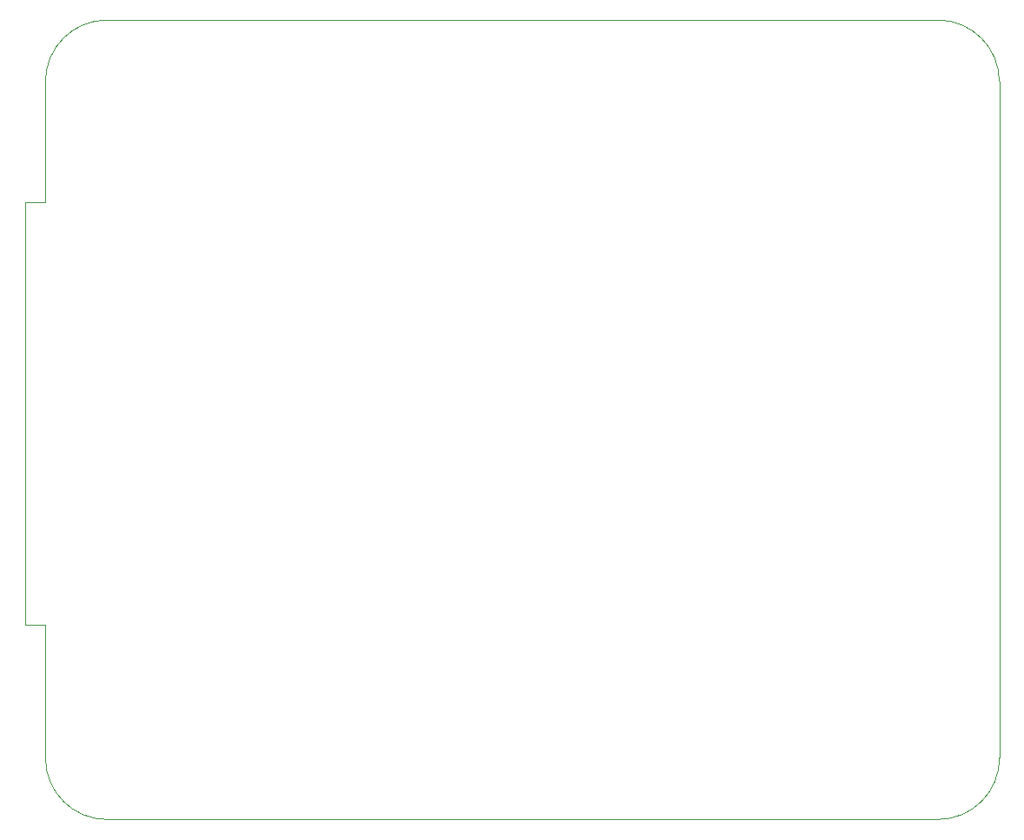
<source format=gbr>
%TF.GenerationSoftware,KiCad,Pcbnew,9.0.2*%
%TF.CreationDate,2025-09-23T15:34:20+08:00*%
%TF.ProjectId,SSRU_v3.2,53535255-5f76-4332-9e32-2e6b69636164,rev?*%
%TF.SameCoordinates,Original*%
%TF.FileFunction,Profile,NP*%
%FSLAX46Y46*%
G04 Gerber Fmt 4.6, Leading zero omitted, Abs format (unit mm)*
G04 Created by KiCad (PCBNEW 9.0.2) date 2025-09-23 15:34:20*
%MOMM*%
%LPD*%
G01*
G04 APERTURE LIST*
%TA.AperFunction,Profile*%
%ADD10C,0.100000*%
%TD*%
%TA.AperFunction,Profile*%
%ADD11C,0.050000*%
%TD*%
G04 APERTURE END LIST*
D10*
X102400000Y-115347800D02*
X102400000Y-79847800D01*
X110400000Y-140097800D02*
X191400000Y-140097800D01*
D11*
X102400000Y-79847800D02*
X104400000Y-79847800D01*
D10*
X104400000Y-68097800D02*
X104400000Y-79847800D01*
X104400000Y-68097800D02*
G75*
G02*
X110400000Y-62097800I6000000J0D01*
G01*
X197407359Y-134097800D02*
G75*
G02*
X191407359Y-140097859I-6000059J0D01*
G01*
X110400000Y-140097800D02*
G75*
G02*
X104400000Y-134097800I0J6000000D01*
G01*
X102400000Y-121097800D02*
X104400000Y-121097800D01*
X197400000Y-134097800D02*
X197392600Y-68097800D01*
X102400000Y-115347800D02*
X102400000Y-121097800D01*
X191392641Y-62097800D02*
G75*
G02*
X197392600Y-68097800I-41J-6000000D01*
G01*
X104400000Y-134097800D02*
X104400000Y-121097800D01*
X191392620Y-62097800D02*
X110400000Y-62097800D01*
M02*

</source>
